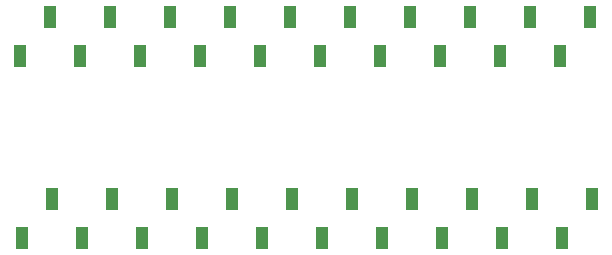
<source format=gbp>
G04 #@! TF.GenerationSoftware,KiCad,Pcbnew,(5.1.5-0-10_14)*
G04 #@! TF.CreationDate,2020-11-04T07:04:41-07:00*
G04 #@! TF.ProjectId,NumDisciplineBLE,4e756d44-6973-4636-9970-6c696e65424c,rev?*
G04 #@! TF.SameCoordinates,Original*
G04 #@! TF.FileFunction,Paste,Bot*
G04 #@! TF.FilePolarity,Positive*
%FSLAX46Y46*%
G04 Gerber Fmt 4.6, Leading zero omitted, Abs format (unit mm)*
G04 Created by KiCad (PCBNEW (5.1.5-0-10_14)) date 2020-11-04 07:04:41*
%MOMM*%
%LPD*%
G04 APERTURE LIST*
%ADD10R,1.000000X1.900000*%
G04 APERTURE END LIST*
D10*
X133350000Y-29465000D03*
X138430000Y-29465000D03*
X95250000Y-32765000D03*
X100330000Y-32765000D03*
X105410000Y-32765000D03*
X110490000Y-32765000D03*
X115570000Y-32765000D03*
X120650000Y-32765000D03*
X125730000Y-32765000D03*
X130810000Y-32765000D03*
X135890000Y-32765000D03*
X140970000Y-32765000D03*
X97790000Y-29465000D03*
X102870000Y-29465000D03*
X107950000Y-29465000D03*
X113030000Y-29465000D03*
X118110000Y-29465000D03*
X123190000Y-29465000D03*
X128270000Y-29465000D03*
X143510000Y-29465000D03*
X143637000Y-44832000D03*
X138557000Y-44832000D03*
X133477000Y-44832000D03*
X128397000Y-44832000D03*
X123317000Y-44832000D03*
X118237000Y-44832000D03*
X113157000Y-44832000D03*
X108077000Y-44832000D03*
X102997000Y-44832000D03*
X97917000Y-44832000D03*
X141097000Y-48132000D03*
X136017000Y-48132000D03*
X130937000Y-48132000D03*
X125857000Y-48132000D03*
X120777000Y-48132000D03*
X115697000Y-48132000D03*
X110617000Y-48132000D03*
X105537000Y-48132000D03*
X100457000Y-48132000D03*
X95377000Y-48132000D03*
M02*

</source>
